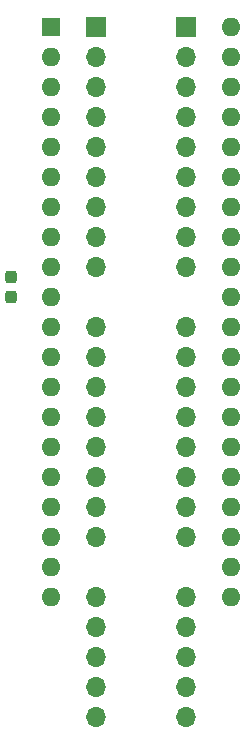
<source format=gbr>
G04 #@! TF.GenerationSoftware,KiCad,Pcbnew,9.0.6-9.0.6~ubuntu25.10.1*
G04 #@! TF.CreationDate,2025-12-24T11:00:37+09:00*
G04 #@! TF.ProjectId,bionic-z8002,62696f6e-6963-42d7-9a38-3030322e6b69,1*
G04 #@! TF.SameCoordinates,Original*
G04 #@! TF.FileFunction,Soldermask,Bot*
G04 #@! TF.FilePolarity,Negative*
%FSLAX46Y46*%
G04 Gerber Fmt 4.6, Leading zero omitted, Abs format (unit mm)*
G04 Created by KiCad (PCBNEW 9.0.6-9.0.6~ubuntu25.10.1) date 2025-12-24 11:00:37*
%MOMM*%
%LPD*%
G01*
G04 APERTURE LIST*
G04 Aperture macros list*
%AMRoundRect*
0 Rectangle with rounded corners*
0 $1 Rounding radius*
0 $2 $3 $4 $5 $6 $7 $8 $9 X,Y pos of 4 corners*
0 Add a 4 corners polygon primitive as box body*
4,1,4,$2,$3,$4,$5,$6,$7,$8,$9,$2,$3,0*
0 Add four circle primitives for the rounded corners*
1,1,$1+$1,$2,$3*
1,1,$1+$1,$4,$5*
1,1,$1+$1,$6,$7*
1,1,$1+$1,$8,$9*
0 Add four rect primitives between the rounded corners*
20,1,$1+$1,$2,$3,$4,$5,0*
20,1,$1+$1,$4,$5,$6,$7,0*
20,1,$1+$1,$6,$7,$8,$9,0*
20,1,$1+$1,$8,$9,$2,$3,0*%
G04 Aperture macros list end*
%ADD10O,1.700000X1.700000*%
%ADD11R,1.700000X1.700000*%
%ADD12R,1.600000X1.600000*%
%ADD13O,1.600000X1.600000*%
%ADD14RoundRect,0.237500X0.237500X-0.300000X0.237500X0.300000X-0.237500X0.300000X-0.237500X-0.300000X0*%
G04 APERTURE END LIST*
D10*
X117510000Y-133500000D03*
X117510000Y-130960000D03*
X117510000Y-128420000D03*
X117510000Y-125880000D03*
X117510000Y-123340000D03*
X117510000Y-118260000D03*
X117510000Y-115720000D03*
X117510000Y-113180000D03*
X117510000Y-110640000D03*
X117510000Y-108100000D03*
X117510000Y-105560000D03*
X117510000Y-103020000D03*
X117510000Y-100480000D03*
X117510000Y-95400000D03*
X117510000Y-92860000D03*
X117510000Y-90320000D03*
X117510000Y-87780000D03*
X117510000Y-85240000D03*
X117510000Y-82700000D03*
X117510000Y-80160000D03*
X117510000Y-77620000D03*
D11*
X117510000Y-75080000D03*
X109890000Y-75080000D03*
D10*
X109890000Y-77620000D03*
X109890000Y-80160000D03*
X109890000Y-82700000D03*
X109890000Y-85240000D03*
X109890000Y-87780000D03*
X109890000Y-90320000D03*
X109890000Y-92860000D03*
X109890000Y-95400000D03*
X109890000Y-100480000D03*
X109890000Y-103020000D03*
X109890000Y-105560000D03*
X109890000Y-108100000D03*
X109890000Y-110640000D03*
X109890000Y-113180000D03*
X109890000Y-115720000D03*
X109890000Y-118260000D03*
X109890000Y-123340000D03*
X109890000Y-125880000D03*
X109890000Y-128420000D03*
X109890000Y-130960000D03*
X109890000Y-133500000D03*
D12*
X106080000Y-75080000D03*
D13*
X106080000Y-77620000D03*
X106080000Y-80160000D03*
X106080000Y-82700000D03*
X106080000Y-85240000D03*
X106080000Y-87780000D03*
X106080000Y-90320000D03*
X106080000Y-92860000D03*
X106080000Y-95400000D03*
X106080000Y-97940000D03*
X106080000Y-100480000D03*
X106080000Y-103020000D03*
X106080000Y-105560000D03*
X106080000Y-108100000D03*
X106080000Y-110640000D03*
X106080000Y-113180000D03*
X106080000Y-115720000D03*
X106080000Y-118260000D03*
X106080000Y-120800000D03*
X106080000Y-123340000D03*
X121320000Y-123340000D03*
X121320000Y-120800000D03*
X121320000Y-118260000D03*
X121320000Y-115720000D03*
X121320000Y-113180000D03*
X121320000Y-110640000D03*
X121320000Y-108100000D03*
X121320000Y-105560000D03*
X121320000Y-103020000D03*
X121320000Y-100480000D03*
X121320000Y-97940000D03*
X121320000Y-95400000D03*
X121320000Y-92860000D03*
X121320000Y-90320000D03*
X121320000Y-87780000D03*
X121320000Y-85240000D03*
X121320000Y-82700000D03*
X121320000Y-80160000D03*
X121320000Y-77620000D03*
X121320000Y-75080000D03*
D14*
X102701800Y-97914600D03*
X102701800Y-96189600D03*
M02*

</source>
